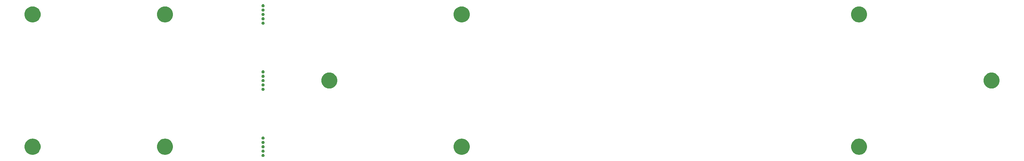
<source format=gbr>
G04 #@! TF.GenerationSoftware,KiCad,Pcbnew,(5.1.2-1)-1*
G04 #@! TF.CreationDate,2020-02-22T14:07:28-06:00*
G04 #@! TF.ProjectId,therick64BASP_top_plate,74686572-6963-46b3-9634-424153505f74,rev?*
G04 #@! TF.SameCoordinates,Original*
G04 #@! TF.FileFunction,Soldermask,Top*
G04 #@! TF.FilePolarity,Negative*
%FSLAX46Y46*%
G04 Gerber Fmt 4.6, Leading zero omitted, Abs format (unit mm)*
G04 Created by KiCad (PCBNEW (5.1.2-1)-1) date 2020-02-22 14:07:28*
%MOMM*%
%LPD*%
G04 APERTURE LIST*
%ADD10C,0.100000*%
G04 APERTURE END LIST*
D10*
G36*
X131231207Y-101246070D02*
G01*
X131313282Y-101280067D01*
X131313284Y-101280068D01*
X131350468Y-101304914D01*
X131387150Y-101329424D01*
X131449970Y-101392244D01*
X131499327Y-101466112D01*
X131533324Y-101548187D01*
X131550655Y-101635318D01*
X131550655Y-101724160D01*
X131533324Y-101811291D01*
X131499327Y-101893366D01*
X131499326Y-101893368D01*
X131449969Y-101967235D01*
X131387151Y-102030053D01*
X131313284Y-102079410D01*
X131313283Y-102079411D01*
X131313282Y-102079411D01*
X131231207Y-102113408D01*
X131144076Y-102130739D01*
X131055234Y-102130739D01*
X130968103Y-102113408D01*
X130886028Y-102079411D01*
X130886027Y-102079411D01*
X130886026Y-102079410D01*
X130812159Y-102030053D01*
X130749341Y-101967235D01*
X130699984Y-101893368D01*
X130699983Y-101893366D01*
X130665986Y-101811291D01*
X130648655Y-101724160D01*
X130648655Y-101635318D01*
X130665986Y-101548187D01*
X130699983Y-101466112D01*
X130749340Y-101392244D01*
X130812160Y-101329424D01*
X130848842Y-101304914D01*
X130886026Y-101280068D01*
X130886028Y-101280067D01*
X130968103Y-101246070D01*
X131055234Y-101228739D01*
X131144076Y-101228739D01*
X131231207Y-101246070D01*
X131231207Y-101246070D01*
G37*
G36*
X302548108Y-96922952D02*
G01*
X302770382Y-96967165D01*
X303189137Y-97140619D01*
X303566007Y-97392435D01*
X303886509Y-97712937D01*
X304138325Y-98089807D01*
X304311779Y-98508562D01*
X304400205Y-98953110D01*
X304400205Y-99406368D01*
X304311779Y-99850916D01*
X304138325Y-100269671D01*
X303886509Y-100646541D01*
X303566007Y-100967043D01*
X303189137Y-101218859D01*
X302770382Y-101392313D01*
X302548108Y-101436526D01*
X302325835Y-101480739D01*
X301872575Y-101480739D01*
X301650302Y-101436526D01*
X301428028Y-101392313D01*
X301009273Y-101218859D01*
X300632403Y-100967043D01*
X300311901Y-100646541D01*
X300060085Y-100269671D01*
X299886631Y-99850916D01*
X299798205Y-99406368D01*
X299798205Y-98953110D01*
X299886631Y-98508562D01*
X300060085Y-98089807D01*
X300311901Y-97712937D01*
X300632403Y-97392435D01*
X301009273Y-97140619D01*
X301428028Y-96967165D01*
X301650302Y-96922952D01*
X301872575Y-96878739D01*
X302325835Y-96878739D01*
X302548108Y-96922952D01*
X302548108Y-96922952D01*
G37*
G36*
X188548408Y-96922952D02*
G01*
X188770682Y-96967165D01*
X189189437Y-97140619D01*
X189566307Y-97392435D01*
X189886809Y-97712937D01*
X190138625Y-98089807D01*
X190312079Y-98508562D01*
X190400505Y-98953110D01*
X190400505Y-99406368D01*
X190312079Y-99850916D01*
X190138625Y-100269671D01*
X189886809Y-100646541D01*
X189566307Y-100967043D01*
X189189437Y-101218859D01*
X188770682Y-101392313D01*
X188548408Y-101436526D01*
X188326135Y-101480739D01*
X187872875Y-101480739D01*
X187650602Y-101436526D01*
X187428328Y-101392313D01*
X187009573Y-101218859D01*
X186632703Y-100967043D01*
X186312201Y-100646541D01*
X186060385Y-100269671D01*
X185886931Y-99850916D01*
X185798505Y-99406368D01*
X185798505Y-98953110D01*
X185886931Y-98508562D01*
X186060385Y-98089807D01*
X186312201Y-97712937D01*
X186632703Y-97392435D01*
X187009573Y-97140619D01*
X187428328Y-96967165D01*
X187650602Y-96922952D01*
X187872875Y-96878739D01*
X188326135Y-96878739D01*
X188548408Y-96922952D01*
X188548408Y-96922952D01*
G37*
G36*
X103428632Y-96922952D02*
G01*
X103650906Y-96967165D01*
X104069661Y-97140619D01*
X104446531Y-97392435D01*
X104767033Y-97712937D01*
X105018849Y-98089807D01*
X105192303Y-98508562D01*
X105280729Y-98953110D01*
X105280729Y-99406368D01*
X105192303Y-99850916D01*
X105018849Y-100269671D01*
X104767033Y-100646541D01*
X104446531Y-100967043D01*
X104069661Y-101218859D01*
X103650906Y-101392313D01*
X103428632Y-101436526D01*
X103206359Y-101480739D01*
X102753099Y-101480739D01*
X102530826Y-101436526D01*
X102308552Y-101392313D01*
X101889797Y-101218859D01*
X101512927Y-100967043D01*
X101192425Y-100646541D01*
X100940609Y-100269671D01*
X100767155Y-99850916D01*
X100678729Y-99406368D01*
X100678729Y-98953110D01*
X100767155Y-98508562D01*
X100940609Y-98089807D01*
X101192425Y-97712937D01*
X101512927Y-97392435D01*
X101889797Y-97140619D01*
X102308552Y-96967165D01*
X102530826Y-96922952D01*
X102753099Y-96878739D01*
X103206359Y-96878739D01*
X103428632Y-96922952D01*
X103428632Y-96922952D01*
G37*
G36*
X65428732Y-96922952D02*
G01*
X65651006Y-96967165D01*
X66069761Y-97140619D01*
X66446631Y-97392435D01*
X66767133Y-97712937D01*
X67018949Y-98089807D01*
X67192403Y-98508562D01*
X67280829Y-98953110D01*
X67280829Y-99406368D01*
X67192403Y-99850916D01*
X67018949Y-100269671D01*
X66767133Y-100646541D01*
X66446631Y-100967043D01*
X66069761Y-101218859D01*
X65651006Y-101392313D01*
X65428732Y-101436526D01*
X65206459Y-101480739D01*
X64753199Y-101480739D01*
X64530926Y-101436526D01*
X64308652Y-101392313D01*
X63889897Y-101218859D01*
X63513027Y-100967043D01*
X63192525Y-100646541D01*
X62940709Y-100269671D01*
X62767255Y-99850916D01*
X62678829Y-99406368D01*
X62678829Y-98953110D01*
X62767255Y-98508562D01*
X62940709Y-98089807D01*
X63192525Y-97712937D01*
X63513027Y-97392435D01*
X63889897Y-97140619D01*
X64308652Y-96967165D01*
X64530926Y-96922952D01*
X64753199Y-96878739D01*
X65206459Y-96878739D01*
X65428732Y-96922952D01*
X65428732Y-96922952D01*
G37*
G36*
X131231207Y-99996070D02*
G01*
X131313282Y-100030067D01*
X131313284Y-100030068D01*
X131350468Y-100054914D01*
X131387150Y-100079424D01*
X131449970Y-100142244D01*
X131499327Y-100216112D01*
X131533324Y-100298187D01*
X131550655Y-100385318D01*
X131550655Y-100474160D01*
X131533324Y-100561291D01*
X131499327Y-100643366D01*
X131499326Y-100643368D01*
X131449969Y-100717235D01*
X131387151Y-100780053D01*
X131313284Y-100829410D01*
X131313283Y-100829411D01*
X131313282Y-100829411D01*
X131231207Y-100863408D01*
X131144076Y-100880739D01*
X131055234Y-100880739D01*
X130968103Y-100863408D01*
X130886028Y-100829411D01*
X130886027Y-100829411D01*
X130886026Y-100829410D01*
X130812159Y-100780053D01*
X130749341Y-100717235D01*
X130699984Y-100643368D01*
X130699983Y-100643366D01*
X130665986Y-100561291D01*
X130648655Y-100474160D01*
X130648655Y-100385318D01*
X130665986Y-100298187D01*
X130699983Y-100216112D01*
X130749340Y-100142244D01*
X130812160Y-100079424D01*
X130848842Y-100054914D01*
X130886026Y-100030068D01*
X130886028Y-100030067D01*
X130968103Y-99996070D01*
X131055234Y-99978739D01*
X131144076Y-99978739D01*
X131231207Y-99996070D01*
X131231207Y-99996070D01*
G37*
G36*
X131231207Y-98746070D02*
G01*
X131313282Y-98780067D01*
X131313284Y-98780068D01*
X131387151Y-98829425D01*
X131449969Y-98892243D01*
X131490640Y-98953110D01*
X131499327Y-98966112D01*
X131533324Y-99048187D01*
X131550655Y-99135318D01*
X131550655Y-99224160D01*
X131533324Y-99311291D01*
X131499327Y-99393366D01*
X131499326Y-99393368D01*
X131449969Y-99467235D01*
X131387151Y-99530053D01*
X131313284Y-99579410D01*
X131313283Y-99579411D01*
X131313282Y-99579411D01*
X131231207Y-99613408D01*
X131144076Y-99630739D01*
X131055234Y-99630739D01*
X130968103Y-99613408D01*
X130886028Y-99579411D01*
X130886027Y-99579411D01*
X130886026Y-99579410D01*
X130812159Y-99530053D01*
X130749341Y-99467235D01*
X130699984Y-99393368D01*
X130699983Y-99393366D01*
X130665986Y-99311291D01*
X130648655Y-99224160D01*
X130648655Y-99135318D01*
X130665986Y-99048187D01*
X130699983Y-98966112D01*
X130708671Y-98953110D01*
X130749341Y-98892243D01*
X130812159Y-98829425D01*
X130886026Y-98780068D01*
X130886028Y-98780067D01*
X130968103Y-98746070D01*
X131055234Y-98728739D01*
X131144076Y-98728739D01*
X131231207Y-98746070D01*
X131231207Y-98746070D01*
G37*
G36*
X131231207Y-97496070D02*
G01*
X131313282Y-97530067D01*
X131313284Y-97530068D01*
X131387151Y-97579425D01*
X131449969Y-97642243D01*
X131497207Y-97712938D01*
X131499327Y-97716112D01*
X131533324Y-97798187D01*
X131550655Y-97885318D01*
X131550655Y-97974160D01*
X131533324Y-98061291D01*
X131521511Y-98089809D01*
X131499326Y-98143368D01*
X131449969Y-98217235D01*
X131387151Y-98280053D01*
X131313284Y-98329410D01*
X131313283Y-98329411D01*
X131313282Y-98329411D01*
X131231207Y-98363408D01*
X131144076Y-98380739D01*
X131055234Y-98380739D01*
X130968103Y-98363408D01*
X130886028Y-98329411D01*
X130886027Y-98329411D01*
X130886026Y-98329410D01*
X130812159Y-98280053D01*
X130749341Y-98217235D01*
X130699984Y-98143368D01*
X130677799Y-98089809D01*
X130665986Y-98061291D01*
X130648655Y-97974160D01*
X130648655Y-97885318D01*
X130665986Y-97798187D01*
X130699983Y-97716112D01*
X130702104Y-97712938D01*
X130749341Y-97642243D01*
X130812159Y-97579425D01*
X130886026Y-97530068D01*
X130886028Y-97530067D01*
X130968103Y-97496070D01*
X131055234Y-97478739D01*
X131144076Y-97478739D01*
X131231207Y-97496070D01*
X131231207Y-97496070D01*
G37*
G36*
X131231207Y-96246070D02*
G01*
X131313282Y-96280067D01*
X131313284Y-96280068D01*
X131350468Y-96304914D01*
X131387150Y-96329424D01*
X131449970Y-96392244D01*
X131499327Y-96466112D01*
X131533324Y-96548187D01*
X131550655Y-96635318D01*
X131550655Y-96724160D01*
X131533324Y-96811291D01*
X131499327Y-96893366D01*
X131499326Y-96893368D01*
X131449969Y-96967235D01*
X131387151Y-97030053D01*
X131313284Y-97079410D01*
X131313283Y-97079411D01*
X131313282Y-97079411D01*
X131231207Y-97113408D01*
X131144076Y-97130739D01*
X131055234Y-97130739D01*
X130968103Y-97113408D01*
X130886028Y-97079411D01*
X130886027Y-97079411D01*
X130886026Y-97079410D01*
X130812159Y-97030053D01*
X130749341Y-96967235D01*
X130699984Y-96893368D01*
X130699983Y-96893366D01*
X130665986Y-96811291D01*
X130648655Y-96724160D01*
X130648655Y-96635318D01*
X130665986Y-96548187D01*
X130699983Y-96466112D01*
X130749340Y-96392244D01*
X130812160Y-96329424D01*
X130848842Y-96304914D01*
X130886026Y-96280068D01*
X130886028Y-96280067D01*
X130968103Y-96246070D01*
X131055234Y-96228739D01*
X131144076Y-96228739D01*
X131231207Y-96246070D01*
X131231207Y-96246070D01*
G37*
G36*
X131231207Y-82246120D02*
G01*
X131313282Y-82280117D01*
X131313284Y-82280118D01*
X131350468Y-82304964D01*
X131387150Y-82329474D01*
X131449970Y-82392294D01*
X131499327Y-82466162D01*
X131533324Y-82548237D01*
X131550655Y-82635368D01*
X131550655Y-82724210D01*
X131533324Y-82811341D01*
X131499327Y-82893416D01*
X131499326Y-82893418D01*
X131449969Y-82967285D01*
X131387151Y-83030103D01*
X131313284Y-83079460D01*
X131313283Y-83079461D01*
X131313282Y-83079461D01*
X131231207Y-83113458D01*
X131144076Y-83130789D01*
X131055234Y-83130789D01*
X130968103Y-83113458D01*
X130886028Y-83079461D01*
X130886027Y-83079461D01*
X130886026Y-83079460D01*
X130812159Y-83030103D01*
X130749341Y-82967285D01*
X130699984Y-82893418D01*
X130699983Y-82893416D01*
X130665986Y-82811341D01*
X130648655Y-82724210D01*
X130648655Y-82635368D01*
X130665986Y-82548237D01*
X130699983Y-82466162D01*
X130749340Y-82392294D01*
X130812160Y-82329474D01*
X130848842Y-82304964D01*
X130886026Y-82280118D01*
X130886028Y-82280117D01*
X130968103Y-82246120D01*
X131055234Y-82228789D01*
X131144076Y-82228789D01*
X131231207Y-82246120D01*
X131231207Y-82246120D01*
G37*
G36*
X340548008Y-77923002D02*
G01*
X340770282Y-77967215D01*
X341189037Y-78140669D01*
X341565907Y-78392485D01*
X341886409Y-78712987D01*
X342138225Y-79089857D01*
X342311679Y-79508612D01*
X342400105Y-79953160D01*
X342400105Y-80406418D01*
X342311679Y-80850966D01*
X342138225Y-81269721D01*
X341886409Y-81646591D01*
X341565907Y-81967093D01*
X341189037Y-82218909D01*
X340770282Y-82392363D01*
X340548008Y-82436576D01*
X340325735Y-82480789D01*
X339872475Y-82480789D01*
X339650202Y-82436576D01*
X339427928Y-82392363D01*
X339009173Y-82218909D01*
X338632303Y-81967093D01*
X338311801Y-81646591D01*
X338059985Y-81269721D01*
X337886531Y-80850966D01*
X337798105Y-80406418D01*
X337798105Y-79953160D01*
X337886531Y-79508612D01*
X338059985Y-79089857D01*
X338311801Y-78712987D01*
X338632303Y-78392485D01*
X339009173Y-78140669D01*
X339427928Y-77967215D01*
X339650202Y-77923002D01*
X339872475Y-77878789D01*
X340325735Y-77878789D01*
X340548008Y-77923002D01*
X340548008Y-77923002D01*
G37*
G36*
X150548508Y-77923002D02*
G01*
X150770782Y-77967215D01*
X151189537Y-78140669D01*
X151566407Y-78392485D01*
X151886909Y-78712987D01*
X152138725Y-79089857D01*
X152312179Y-79508612D01*
X152400605Y-79953160D01*
X152400605Y-80406418D01*
X152312179Y-80850966D01*
X152138725Y-81269721D01*
X151886909Y-81646591D01*
X151566407Y-81967093D01*
X151189537Y-82218909D01*
X150770782Y-82392363D01*
X150548508Y-82436576D01*
X150326235Y-82480789D01*
X149872975Y-82480789D01*
X149650702Y-82436576D01*
X149428428Y-82392363D01*
X149009673Y-82218909D01*
X148632803Y-81967093D01*
X148312301Y-81646591D01*
X148060485Y-81269721D01*
X147887031Y-80850966D01*
X147798605Y-80406418D01*
X147798605Y-79953160D01*
X147887031Y-79508612D01*
X148060485Y-79089857D01*
X148312301Y-78712987D01*
X148632803Y-78392485D01*
X149009673Y-78140669D01*
X149428428Y-77967215D01*
X149650702Y-77923002D01*
X149872975Y-77878789D01*
X150326235Y-77878789D01*
X150548508Y-77923002D01*
X150548508Y-77923002D01*
G37*
G36*
X131231207Y-80996120D02*
G01*
X131313282Y-81030117D01*
X131313284Y-81030118D01*
X131350468Y-81054964D01*
X131387150Y-81079474D01*
X131449970Y-81142294D01*
X131499327Y-81216162D01*
X131533324Y-81298237D01*
X131550655Y-81385368D01*
X131550655Y-81474210D01*
X131533324Y-81561341D01*
X131499327Y-81643416D01*
X131499326Y-81643418D01*
X131449969Y-81717285D01*
X131387151Y-81780103D01*
X131313284Y-81829460D01*
X131313283Y-81829461D01*
X131313282Y-81829461D01*
X131231207Y-81863458D01*
X131144076Y-81880789D01*
X131055234Y-81880789D01*
X130968103Y-81863458D01*
X130886028Y-81829461D01*
X130886027Y-81829461D01*
X130886026Y-81829460D01*
X130812159Y-81780103D01*
X130749341Y-81717285D01*
X130699984Y-81643418D01*
X130699983Y-81643416D01*
X130665986Y-81561341D01*
X130648655Y-81474210D01*
X130648655Y-81385368D01*
X130665986Y-81298237D01*
X130699983Y-81216162D01*
X130749340Y-81142294D01*
X130812160Y-81079474D01*
X130848842Y-81054964D01*
X130886026Y-81030118D01*
X130886028Y-81030117D01*
X130968103Y-80996120D01*
X131055234Y-80978789D01*
X131144076Y-80978789D01*
X131231207Y-80996120D01*
X131231207Y-80996120D01*
G37*
G36*
X131231207Y-79746120D02*
G01*
X131313282Y-79780117D01*
X131313284Y-79780118D01*
X131387151Y-79829475D01*
X131449969Y-79892293D01*
X131490640Y-79953160D01*
X131499327Y-79966162D01*
X131533324Y-80048237D01*
X131550655Y-80135368D01*
X131550655Y-80224210D01*
X131533324Y-80311341D01*
X131499327Y-80393416D01*
X131499326Y-80393418D01*
X131449969Y-80467285D01*
X131387151Y-80530103D01*
X131313284Y-80579460D01*
X131313283Y-80579461D01*
X131313282Y-80579461D01*
X131231207Y-80613458D01*
X131144076Y-80630789D01*
X131055234Y-80630789D01*
X130968103Y-80613458D01*
X130886028Y-80579461D01*
X130886027Y-80579461D01*
X130886026Y-80579460D01*
X130812159Y-80530103D01*
X130749341Y-80467285D01*
X130699984Y-80393418D01*
X130699983Y-80393416D01*
X130665986Y-80311341D01*
X130648655Y-80224210D01*
X130648655Y-80135368D01*
X130665986Y-80048237D01*
X130699983Y-79966162D01*
X130708671Y-79953160D01*
X130749341Y-79892293D01*
X130812159Y-79829475D01*
X130886026Y-79780118D01*
X130886028Y-79780117D01*
X130968103Y-79746120D01*
X131055234Y-79728789D01*
X131144076Y-79728789D01*
X131231207Y-79746120D01*
X131231207Y-79746120D01*
G37*
G36*
X131231207Y-78496120D02*
G01*
X131313282Y-78530117D01*
X131313284Y-78530118D01*
X131387151Y-78579475D01*
X131449969Y-78642293D01*
X131497207Y-78712988D01*
X131499327Y-78716162D01*
X131533324Y-78798237D01*
X131550655Y-78885368D01*
X131550655Y-78974210D01*
X131533324Y-79061341D01*
X131521511Y-79089859D01*
X131499326Y-79143418D01*
X131449969Y-79217285D01*
X131387151Y-79280103D01*
X131313284Y-79329460D01*
X131313283Y-79329461D01*
X131313282Y-79329461D01*
X131231207Y-79363458D01*
X131144076Y-79380789D01*
X131055234Y-79380789D01*
X130968103Y-79363458D01*
X130886028Y-79329461D01*
X130886027Y-79329461D01*
X130886026Y-79329460D01*
X130812159Y-79280103D01*
X130749341Y-79217285D01*
X130699984Y-79143418D01*
X130677799Y-79089859D01*
X130665986Y-79061341D01*
X130648655Y-78974210D01*
X130648655Y-78885368D01*
X130665986Y-78798237D01*
X130699983Y-78716162D01*
X130702104Y-78712988D01*
X130749341Y-78642293D01*
X130812159Y-78579475D01*
X130886026Y-78530118D01*
X130886028Y-78530117D01*
X130968103Y-78496120D01*
X131055234Y-78478789D01*
X131144076Y-78478789D01*
X131231207Y-78496120D01*
X131231207Y-78496120D01*
G37*
G36*
X131231207Y-77246120D02*
G01*
X131313282Y-77280117D01*
X131313284Y-77280118D01*
X131350468Y-77304964D01*
X131387150Y-77329474D01*
X131449970Y-77392294D01*
X131499327Y-77466162D01*
X131533324Y-77548237D01*
X131550655Y-77635368D01*
X131550655Y-77724210D01*
X131533324Y-77811341D01*
X131499327Y-77893416D01*
X131499326Y-77893418D01*
X131449969Y-77967285D01*
X131387151Y-78030103D01*
X131313284Y-78079460D01*
X131313283Y-78079461D01*
X131313282Y-78079461D01*
X131231207Y-78113458D01*
X131144076Y-78130789D01*
X131055234Y-78130789D01*
X130968103Y-78113458D01*
X130886028Y-78079461D01*
X130886027Y-78079461D01*
X130886026Y-78079460D01*
X130812159Y-78030103D01*
X130749341Y-77967285D01*
X130699984Y-77893418D01*
X130699983Y-77893416D01*
X130665986Y-77811341D01*
X130648655Y-77724210D01*
X130648655Y-77635368D01*
X130665986Y-77548237D01*
X130699983Y-77466162D01*
X130749340Y-77392294D01*
X130812160Y-77329474D01*
X130848842Y-77304964D01*
X130886026Y-77280118D01*
X130886028Y-77280117D01*
X130968103Y-77246120D01*
X131055234Y-77228789D01*
X131144076Y-77228789D01*
X131231207Y-77246120D01*
X131231207Y-77246120D01*
G37*
G36*
X131231207Y-63246170D02*
G01*
X131313282Y-63280167D01*
X131313284Y-63280168D01*
X131350468Y-63305014D01*
X131387150Y-63329524D01*
X131449970Y-63392344D01*
X131499327Y-63466212D01*
X131533324Y-63548287D01*
X131550655Y-63635418D01*
X131550655Y-63724260D01*
X131533324Y-63811391D01*
X131499327Y-63893466D01*
X131499326Y-63893468D01*
X131449969Y-63967335D01*
X131387151Y-64030153D01*
X131313284Y-64079510D01*
X131313283Y-64079511D01*
X131313282Y-64079511D01*
X131231207Y-64113508D01*
X131144076Y-64130839D01*
X131055234Y-64130839D01*
X130968103Y-64113508D01*
X130886028Y-64079511D01*
X130886027Y-64079511D01*
X130886026Y-64079510D01*
X130812159Y-64030153D01*
X130749341Y-63967335D01*
X130699984Y-63893468D01*
X130699983Y-63893466D01*
X130665986Y-63811391D01*
X130648655Y-63724260D01*
X130648655Y-63635418D01*
X130665986Y-63548287D01*
X130699983Y-63466212D01*
X130749340Y-63392344D01*
X130812160Y-63329524D01*
X130848842Y-63305014D01*
X130886026Y-63280168D01*
X130886028Y-63280167D01*
X130968103Y-63246170D01*
X131055234Y-63228839D01*
X131144076Y-63228839D01*
X131231207Y-63246170D01*
X131231207Y-63246170D01*
G37*
G36*
X65428732Y-58923052D02*
G01*
X65651006Y-58967265D01*
X66069761Y-59140719D01*
X66446631Y-59392535D01*
X66767133Y-59713037D01*
X67018949Y-60089907D01*
X67192403Y-60508662D01*
X67280829Y-60953210D01*
X67280829Y-61406468D01*
X67192403Y-61851016D01*
X67018949Y-62269771D01*
X66767133Y-62646641D01*
X66446631Y-62967143D01*
X66069761Y-63218959D01*
X65651006Y-63392413D01*
X65428732Y-63436626D01*
X65206459Y-63480839D01*
X64753199Y-63480839D01*
X64530926Y-63436626D01*
X64308652Y-63392413D01*
X63889897Y-63218959D01*
X63513027Y-62967143D01*
X63192525Y-62646641D01*
X62940709Y-62269771D01*
X62767255Y-61851016D01*
X62678829Y-61406468D01*
X62678829Y-60953210D01*
X62767255Y-60508662D01*
X62940709Y-60089907D01*
X63192525Y-59713037D01*
X63513027Y-59392535D01*
X63889897Y-59140719D01*
X64308652Y-58967265D01*
X64530926Y-58923052D01*
X64753199Y-58878839D01*
X65206459Y-58878839D01*
X65428732Y-58923052D01*
X65428732Y-58923052D01*
G37*
G36*
X103428632Y-58923052D02*
G01*
X103650906Y-58967265D01*
X104069661Y-59140719D01*
X104446531Y-59392535D01*
X104767033Y-59713037D01*
X105018849Y-60089907D01*
X105192303Y-60508662D01*
X105280729Y-60953210D01*
X105280729Y-61406468D01*
X105192303Y-61851016D01*
X105018849Y-62269771D01*
X104767033Y-62646641D01*
X104446531Y-62967143D01*
X104069661Y-63218959D01*
X103650906Y-63392413D01*
X103428632Y-63436626D01*
X103206359Y-63480839D01*
X102753099Y-63480839D01*
X102530826Y-63436626D01*
X102308552Y-63392413D01*
X101889797Y-63218959D01*
X101512927Y-62967143D01*
X101192425Y-62646641D01*
X100940609Y-62269771D01*
X100767155Y-61851016D01*
X100678729Y-61406468D01*
X100678729Y-60953210D01*
X100767155Y-60508662D01*
X100940609Y-60089907D01*
X101192425Y-59713037D01*
X101512927Y-59392535D01*
X101889797Y-59140719D01*
X102308552Y-58967265D01*
X102530826Y-58923052D01*
X102753099Y-58878839D01*
X103206359Y-58878839D01*
X103428632Y-58923052D01*
X103428632Y-58923052D01*
G37*
G36*
X188548408Y-58923052D02*
G01*
X188770682Y-58967265D01*
X189189437Y-59140719D01*
X189566307Y-59392535D01*
X189886809Y-59713037D01*
X190138625Y-60089907D01*
X190312079Y-60508662D01*
X190400505Y-60953210D01*
X190400505Y-61406468D01*
X190312079Y-61851016D01*
X190138625Y-62269771D01*
X189886809Y-62646641D01*
X189566307Y-62967143D01*
X189189437Y-63218959D01*
X188770682Y-63392413D01*
X188548408Y-63436626D01*
X188326135Y-63480839D01*
X187872875Y-63480839D01*
X187650602Y-63436626D01*
X187428328Y-63392413D01*
X187009573Y-63218959D01*
X186632703Y-62967143D01*
X186312201Y-62646641D01*
X186060385Y-62269771D01*
X185886931Y-61851016D01*
X185798505Y-61406468D01*
X185798505Y-60953210D01*
X185886931Y-60508662D01*
X186060385Y-60089907D01*
X186312201Y-59713037D01*
X186632703Y-59392535D01*
X187009573Y-59140719D01*
X187428328Y-58967265D01*
X187650602Y-58923052D01*
X187872875Y-58878839D01*
X188326135Y-58878839D01*
X188548408Y-58923052D01*
X188548408Y-58923052D01*
G37*
G36*
X302548108Y-58923052D02*
G01*
X302770382Y-58967265D01*
X303189137Y-59140719D01*
X303566007Y-59392535D01*
X303886509Y-59713037D01*
X304138325Y-60089907D01*
X304311779Y-60508662D01*
X304400205Y-60953210D01*
X304400205Y-61406468D01*
X304311779Y-61851016D01*
X304138325Y-62269771D01*
X303886509Y-62646641D01*
X303566007Y-62967143D01*
X303189137Y-63218959D01*
X302770382Y-63392413D01*
X302548108Y-63436626D01*
X302325835Y-63480839D01*
X301872575Y-63480839D01*
X301650302Y-63436626D01*
X301428028Y-63392413D01*
X301009273Y-63218959D01*
X300632403Y-62967143D01*
X300311901Y-62646641D01*
X300060085Y-62269771D01*
X299886631Y-61851016D01*
X299798205Y-61406468D01*
X299798205Y-60953210D01*
X299886631Y-60508662D01*
X300060085Y-60089907D01*
X300311901Y-59713037D01*
X300632403Y-59392535D01*
X301009273Y-59140719D01*
X301428028Y-58967265D01*
X301650302Y-58923052D01*
X301872575Y-58878839D01*
X302325835Y-58878839D01*
X302548108Y-58923052D01*
X302548108Y-58923052D01*
G37*
G36*
X131231207Y-61996170D02*
G01*
X131313282Y-62030167D01*
X131313284Y-62030168D01*
X131350468Y-62055014D01*
X131387150Y-62079524D01*
X131449970Y-62142344D01*
X131499327Y-62216212D01*
X131533324Y-62298287D01*
X131550655Y-62385418D01*
X131550655Y-62474260D01*
X131533324Y-62561391D01*
X131499327Y-62643466D01*
X131499326Y-62643468D01*
X131449969Y-62717335D01*
X131387151Y-62780153D01*
X131313284Y-62829510D01*
X131313283Y-62829511D01*
X131313282Y-62829511D01*
X131231207Y-62863508D01*
X131144076Y-62880839D01*
X131055234Y-62880839D01*
X130968103Y-62863508D01*
X130886028Y-62829511D01*
X130886027Y-62829511D01*
X130886026Y-62829510D01*
X130812159Y-62780153D01*
X130749341Y-62717335D01*
X130699984Y-62643468D01*
X130699983Y-62643466D01*
X130665986Y-62561391D01*
X130648655Y-62474260D01*
X130648655Y-62385418D01*
X130665986Y-62298287D01*
X130699983Y-62216212D01*
X130749340Y-62142344D01*
X130812160Y-62079524D01*
X130848842Y-62055014D01*
X130886026Y-62030168D01*
X130886028Y-62030167D01*
X130968103Y-61996170D01*
X131055234Y-61978839D01*
X131144076Y-61978839D01*
X131231207Y-61996170D01*
X131231207Y-61996170D01*
G37*
G36*
X131231207Y-60746170D02*
G01*
X131313282Y-60780167D01*
X131313284Y-60780168D01*
X131387151Y-60829525D01*
X131449969Y-60892343D01*
X131490640Y-60953210D01*
X131499327Y-60966212D01*
X131533324Y-61048287D01*
X131550655Y-61135418D01*
X131550655Y-61224260D01*
X131533324Y-61311391D01*
X131499327Y-61393466D01*
X131499326Y-61393468D01*
X131449969Y-61467335D01*
X131387151Y-61530153D01*
X131313284Y-61579510D01*
X131313283Y-61579511D01*
X131313282Y-61579511D01*
X131231207Y-61613508D01*
X131144076Y-61630839D01*
X131055234Y-61630839D01*
X130968103Y-61613508D01*
X130886028Y-61579511D01*
X130886027Y-61579511D01*
X130886026Y-61579510D01*
X130812159Y-61530153D01*
X130749341Y-61467335D01*
X130699984Y-61393468D01*
X130699983Y-61393466D01*
X130665986Y-61311391D01*
X130648655Y-61224260D01*
X130648655Y-61135418D01*
X130665986Y-61048287D01*
X130699983Y-60966212D01*
X130708671Y-60953210D01*
X130749341Y-60892343D01*
X130812159Y-60829525D01*
X130886026Y-60780168D01*
X130886028Y-60780167D01*
X130968103Y-60746170D01*
X131055234Y-60728839D01*
X131144076Y-60728839D01*
X131231207Y-60746170D01*
X131231207Y-60746170D01*
G37*
G36*
X131231207Y-59496170D02*
G01*
X131313282Y-59530167D01*
X131313284Y-59530168D01*
X131387151Y-59579525D01*
X131449969Y-59642343D01*
X131497207Y-59713038D01*
X131499327Y-59716212D01*
X131533324Y-59798287D01*
X131550655Y-59885418D01*
X131550655Y-59974260D01*
X131533324Y-60061391D01*
X131521511Y-60089909D01*
X131499326Y-60143468D01*
X131449969Y-60217335D01*
X131387151Y-60280153D01*
X131313284Y-60329510D01*
X131313283Y-60329511D01*
X131313282Y-60329511D01*
X131231207Y-60363508D01*
X131144076Y-60380839D01*
X131055234Y-60380839D01*
X130968103Y-60363508D01*
X130886028Y-60329511D01*
X130886027Y-60329511D01*
X130886026Y-60329510D01*
X130812159Y-60280153D01*
X130749341Y-60217335D01*
X130699984Y-60143468D01*
X130677799Y-60089909D01*
X130665986Y-60061391D01*
X130648655Y-59974260D01*
X130648655Y-59885418D01*
X130665986Y-59798287D01*
X130699983Y-59716212D01*
X130702104Y-59713038D01*
X130749341Y-59642343D01*
X130812159Y-59579525D01*
X130886026Y-59530168D01*
X130886028Y-59530167D01*
X130968103Y-59496170D01*
X131055234Y-59478839D01*
X131144076Y-59478839D01*
X131231207Y-59496170D01*
X131231207Y-59496170D01*
G37*
G36*
X131231207Y-58246170D02*
G01*
X131313282Y-58280167D01*
X131313284Y-58280168D01*
X131350468Y-58305014D01*
X131387150Y-58329524D01*
X131449970Y-58392344D01*
X131499327Y-58466212D01*
X131533324Y-58548287D01*
X131550655Y-58635418D01*
X131550655Y-58724260D01*
X131533324Y-58811391D01*
X131499327Y-58893466D01*
X131499326Y-58893468D01*
X131449969Y-58967335D01*
X131387151Y-59030153D01*
X131313284Y-59079510D01*
X131313283Y-59079511D01*
X131313282Y-59079511D01*
X131231207Y-59113508D01*
X131144076Y-59130839D01*
X131055234Y-59130839D01*
X130968103Y-59113508D01*
X130886028Y-59079511D01*
X130886027Y-59079511D01*
X130886026Y-59079510D01*
X130812159Y-59030153D01*
X130749341Y-58967335D01*
X130699984Y-58893468D01*
X130699983Y-58893466D01*
X130665986Y-58811391D01*
X130648655Y-58724260D01*
X130648655Y-58635418D01*
X130665986Y-58548287D01*
X130699983Y-58466212D01*
X130749340Y-58392344D01*
X130812160Y-58329524D01*
X130848842Y-58305014D01*
X130886026Y-58280168D01*
X130886028Y-58280167D01*
X130968103Y-58246170D01*
X131055234Y-58228839D01*
X131144076Y-58228839D01*
X131231207Y-58246170D01*
X131231207Y-58246170D01*
G37*
M02*

</source>
